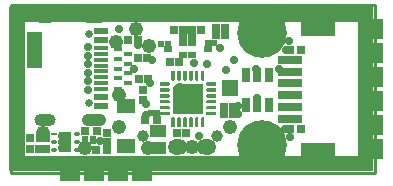
<source format=gts>
G04*
G04 #@! TF.GenerationSoftware,Altium Limited,Altium Designer,22.9.1 (49)*
G04*
G04 Layer_Color=8388736*
%FSLAX25Y25*%
%MOIN*%
G70*
G04*
G04 #@! TF.SameCoordinates,E7B6729E-600D-4C31-B664-834E27CDD885*
G04*
G04*
G04 #@! TF.FilePolarity,Negative*
G04*
G01*
G75*
%ADD12C,0.01000*%
%ADD14C,0.00500*%
%ADD18R,0.06496X0.04921*%
%ADD19C,0.01181*%
%ADD20C,0.00394*%
%ADD23R,0.05339X0.04153*%
%ADD25R,0.04528X0.02362*%
%ADD26R,0.04528X0.01181*%
%ADD31C,0.01063*%
G04:AMPARAMS|DCode=37|XSize=21.89mil|YSize=11.52mil|CornerRadius=5.76mil|HoleSize=0mil|Usage=FLASHONLY|Rotation=0.000|XOffset=0mil|YOffset=0mil|HoleType=Round|Shape=RoundedRectangle|*
%AMROUNDEDRECTD37*
21,1,0.02189,0.00000,0,0,0.0*
21,1,0.01038,0.01152,0,0,0.0*
1,1,0.01152,0.00519,0.00000*
1,1,0.01152,-0.00519,0.00000*
1,1,0.01152,-0.00519,0.00000*
1,1,0.01152,0.00519,0.00000*
%
%ADD37ROUNDEDRECTD37*%
%ADD38R,0.02189X0.01152*%
%ADD39R,0.02769X0.03162*%
%ADD40R,0.08280X0.03162*%
%ADD41R,0.11824X0.09068*%
%ADD42R,0.03162X0.05131*%
%ADD43R,0.02217X0.02060*%
%ADD44R,0.02965X0.02572*%
%ADD45R,0.02800X0.02202*%
%ADD46R,0.02769X0.01784*%
%ADD47C,0.09035*%
%ADD48R,0.02965X0.03162*%
%ADD49R,0.03162X0.02769*%
%ADD50R,0.03162X0.02965*%
%ADD51R,0.02572X0.02965*%
%ADD52R,0.02178X0.03162*%
%ADD53R,0.04331X0.06693*%
%ADD54R,0.06945X0.06945*%
%ADD55R,0.06800X0.06800*%
%ADD56R,0.06800X0.06800*%
%ADD57C,0.16548*%
%ADD58C,0.02559*%
G04:AMPARAMS|DCode=59|XSize=39.37mil|YSize=82.68mil|CornerRadius=19.68mil|HoleSize=0mil|Usage=FLASHONLY|Rotation=270.000|XOffset=0mil|YOffset=0mil|HoleType=Round|Shape=RoundedRectangle|*
%AMROUNDEDRECTD59*
21,1,0.03937,0.04331,0,0,270.0*
21,1,0.00000,0.08268,0,0,270.0*
1,1,0.03937,-0.02165,0.00000*
1,1,0.03937,-0.02165,0.00000*
1,1,0.03937,0.02165,0.00000*
1,1,0.03937,0.02165,0.00000*
%
%ADD59ROUNDEDRECTD59*%
G04:AMPARAMS|DCode=60|XSize=39.37mil|YSize=70.87mil|CornerRadius=19.68mil|HoleSize=0mil|Usage=FLASHONLY|Rotation=270.000|XOffset=0mil|YOffset=0mil|HoleType=Round|Shape=RoundedRectangle|*
%AMROUNDEDRECTD60*
21,1,0.03937,0.03150,0,0,270.0*
21,1,0.00000,0.07087,0,0,270.0*
1,1,0.03937,-0.01575,0.00000*
1,1,0.03937,-0.01575,0.00000*
1,1,0.03937,0.01575,0.00000*
1,1,0.03937,0.01575,0.00000*
%
%ADD60ROUNDEDRECTD60*%
%ADD61C,0.03950*%
%ADD62C,0.02800*%
%ADD63C,0.04800*%
G36*
X442500Y211400D02*
X321200D01*
Y266300D01*
X442500D01*
Y211400D01*
D02*
G37*
%LPC*%
G36*
X437500Y261300D02*
X326300D01*
Y216500D01*
X437500D01*
Y261300D01*
D02*
G37*
%LPD*%
G36*
X331922Y257979D02*
Y245935D01*
X327059D01*
Y257980D01*
X331921D01*
X331922Y257979D01*
D02*
G37*
G36*
X386212Y242214D02*
Y242097D01*
X386122Y241880D01*
X385956Y241714D01*
X385739Y241624D01*
X385504D01*
X385287Y241714D01*
X385121Y241880D01*
X385031Y242097D01*
Y242214D01*
Y244970D01*
X386212D01*
Y242214D01*
D02*
G37*
G36*
X384243D02*
Y242097D01*
X384153Y241880D01*
X383987Y241714D01*
X383770Y241624D01*
X383535D01*
X383318Y241714D01*
X383152Y241880D01*
X383062Y242097D01*
Y242214D01*
X383062D01*
Y244970D01*
X384243D01*
Y242214D01*
D02*
G37*
G36*
X382275D02*
Y242097D01*
X382185Y241880D01*
X382019Y241714D01*
X381802Y241624D01*
X381567D01*
X381350Y241714D01*
X381184Y241880D01*
X381094Y242097D01*
Y242214D01*
Y244970D01*
X382275D01*
Y242214D01*
D02*
G37*
G36*
X380306D02*
Y242097D01*
X380216Y241880D01*
X380050Y241714D01*
X379833Y241624D01*
X379598D01*
X379381Y241714D01*
X379215Y241880D01*
X379125Y242097D01*
Y242214D01*
Y244970D01*
X380306D01*
Y242214D01*
D02*
G37*
G36*
X378338D02*
Y242097D01*
X378248Y241880D01*
X378082Y241714D01*
X377865Y241624D01*
X377630D01*
X377413Y241714D01*
X377247Y241880D01*
X377157Y242097D01*
Y242214D01*
Y244970D01*
X378338D01*
X378338Y242214D01*
D02*
G37*
G36*
X376369D02*
Y242097D01*
X376279Y241880D01*
X376113Y241714D01*
X375896Y241624D01*
X375661D01*
X375444Y241714D01*
X375278Y241880D01*
X375188Y242097D01*
Y242214D01*
Y244970D01*
X376369D01*
Y242214D01*
D02*
G37*
G36*
X390050Y239950D02*
X387177D01*
X386960Y240040D01*
X386794Y240206D01*
X386704Y240423D01*
Y240541D01*
Y240658D01*
X386794Y240876D01*
X386960Y241042D01*
X387177Y241131D01*
X390050D01*
Y239950D01*
D02*
G37*
G36*
X374440Y241042D02*
X374606Y240876D01*
X374696Y240658D01*
Y240541D01*
Y240423D01*
X374606Y240206D01*
X374440Y240040D01*
X374223Y239950D01*
X371350D01*
Y241131D01*
X374223D01*
X374440Y241042D01*
D02*
G37*
G36*
X390050Y237982D02*
X387295Y237982D01*
X387177D01*
X386960Y238072D01*
X386794Y238238D01*
X386704Y238455D01*
Y238572D01*
Y238690D01*
X386794Y238907D01*
X386960Y239073D01*
X387177Y239163D01*
X390050D01*
Y237982D01*
D02*
G37*
G36*
X374440Y239073D02*
X374606Y238907D01*
X374696Y238690D01*
Y238572D01*
Y238455D01*
X374606Y238238D01*
X374440Y238072D01*
X374223Y237982D01*
X374106D01*
Y237982D01*
X371350D01*
Y239163D01*
X374223D01*
X374440Y239073D01*
D02*
G37*
G36*
X390050Y236013D02*
X387177D01*
X386960Y236103D01*
X386794Y236269D01*
X386704Y236487D01*
Y236604D01*
Y236721D01*
X386794Y236939D01*
X386960Y237105D01*
X387177Y237194D01*
X390050D01*
Y236013D01*
D02*
G37*
G36*
X374440Y237105D02*
X374606Y236939D01*
X374696Y236721D01*
Y236604D01*
Y236487D01*
X374606Y236269D01*
X374440Y236103D01*
X374223Y236013D01*
X371350D01*
Y237194D01*
X374223D01*
X374440Y237105D01*
D02*
G37*
G36*
X390050Y234045D02*
X387177D01*
X386960Y234135D01*
X386794Y234301D01*
X386704Y234518D01*
Y234635D01*
Y234753D01*
X386794Y234970D01*
X386960Y235136D01*
X387177Y235226D01*
X390050D01*
Y234045D01*
D02*
G37*
G36*
X374440Y235136D02*
X374606Y234970D01*
X374696Y234753D01*
Y234635D01*
Y234518D01*
X374606Y234301D01*
X374440Y234135D01*
X374223Y234045D01*
X371350D01*
Y235226D01*
X374223D01*
X374440Y235136D01*
D02*
G37*
G36*
X390050Y232076D02*
X387177D01*
X386960Y232166D01*
X386794Y232332D01*
X386704Y232550D01*
Y232667D01*
Y232784D01*
X386794Y233001D01*
X386960Y233168D01*
X387177Y233258D01*
X387295D01*
Y233258D01*
X390050D01*
Y232076D01*
D02*
G37*
G36*
X374106Y233258D02*
X374223D01*
X374440Y233168D01*
X374606Y233001D01*
X374696Y232784D01*
Y232667D01*
Y232550D01*
X374606Y232332D01*
X374440Y232166D01*
X374223Y232076D01*
X371350D01*
Y233258D01*
X374106Y233258D01*
D02*
G37*
G36*
X385720Y230600D02*
X375680D01*
Y239655D01*
X376665Y240639D01*
X385720D01*
Y230600D01*
D02*
G37*
G36*
X390050Y230108D02*
X387177D01*
X386960Y230198D01*
X386794Y230364D01*
X386704Y230581D01*
Y230698D01*
Y230816D01*
X386794Y231033D01*
X386960Y231199D01*
X387177Y231289D01*
X390050D01*
Y230108D01*
D02*
G37*
G36*
X374440Y231199D02*
X374606Y231033D01*
X374696Y230816D01*
Y230698D01*
Y230581D01*
X374606Y230364D01*
X374440Y230198D01*
X374223Y230108D01*
X371350D01*
Y231289D01*
X374223D01*
X374440Y231199D01*
D02*
G37*
G36*
X385956Y229526D02*
X386122Y229360D01*
X386212Y229143D01*
Y229025D01*
Y226269D01*
X385031D01*
Y229025D01*
Y229143D01*
X385121Y229360D01*
X385287Y229526D01*
X385504Y229616D01*
X385739D01*
X385956Y229526D01*
D02*
G37*
G36*
X383987D02*
X384153Y229360D01*
X384243Y229143D01*
Y229025D01*
Y226269D01*
X383062D01*
X383062Y229025D01*
Y229143D01*
X383152Y229360D01*
X383318Y229526D01*
X383535Y229616D01*
X383770D01*
X383987Y229526D01*
D02*
G37*
G36*
X382019D02*
X382185Y229360D01*
X382275Y229143D01*
Y229025D01*
Y226269D01*
X381094D01*
Y229025D01*
Y229143D01*
X381184Y229360D01*
X381350Y229526D01*
X381567Y229616D01*
X381802D01*
X382019Y229526D01*
D02*
G37*
G36*
X380050D02*
X380216Y229360D01*
X380306Y229143D01*
Y229025D01*
Y226269D01*
X379125D01*
Y229025D01*
Y229143D01*
X379215Y229360D01*
X379381Y229526D01*
X379598Y229616D01*
X379833D01*
X380050Y229526D01*
D02*
G37*
G36*
X378082D02*
X378248Y229360D01*
X378338Y229143D01*
Y229025D01*
X378338D01*
Y226269D01*
X377157D01*
Y229025D01*
Y229143D01*
X377247Y229360D01*
X377413Y229526D01*
X377630Y229616D01*
X377865D01*
X378082Y229526D01*
D02*
G37*
G36*
X376113D02*
X376279Y229360D01*
X376369Y229143D01*
Y229025D01*
Y226269D01*
X375188D01*
Y229025D01*
Y229143D01*
X375278Y229360D01*
X375444Y229526D01*
X375661Y229616D01*
X375896D01*
X376113Y229526D01*
D02*
G37*
G36*
X379012Y221870D02*
X380315Y220567D01*
Y218567D01*
X378967Y217219D01*
X375893D01*
X374315Y218460D01*
Y220674D01*
X375932Y221945D01*
X379012Y221870D01*
D02*
G37*
G36*
X389858Y220675D02*
Y218461D01*
X388241Y217190D01*
X385161Y217265D01*
X383858Y218568D01*
Y220568D01*
X385206Y221916D01*
X388281D01*
X389858Y220675D01*
D02*
G37*
D12*
X321700Y210908D02*
Y266782D01*
X442992D01*
Y210908D02*
Y266782D01*
X321700Y210908D02*
X442992D01*
D14*
X386347Y221916D02*
G03*
X386347Y217220I-137J-2348D01*
G01*
X387619D02*
G03*
X387619Y221916I-111J2348D01*
G01*
X377826Y217219D02*
G03*
X377826Y221915I137J2348D01*
G01*
X376554D02*
G03*
X376554Y217219I111J-2348D01*
G01*
X386347Y221916D02*
X387619D01*
X386347Y217220D02*
X387619D01*
X376554Y217219D02*
X377826D01*
X376554Y221915D02*
X377826D01*
D18*
X360200Y233283D02*
D03*
Y219701D02*
D03*
D19*
X386213Y219548D02*
D03*
X377961Y219587D02*
D03*
D20*
X388989Y219568D02*
D03*
X375184Y219567D02*
D03*
D23*
X370646Y219151D02*
D03*
Y224865D02*
D03*
D25*
X351834Y233102D02*
D03*
Y258298D02*
D03*
Y236251D02*
D03*
Y255149D02*
D03*
D26*
Y238810D02*
D03*
Y240779D02*
D03*
Y242747D02*
D03*
Y244716D02*
D03*
Y246684D02*
D03*
Y248653D02*
D03*
Y250621D02*
D03*
Y252590D02*
D03*
D31*
X375779Y243358D02*
D03*
X377747Y243297D02*
D03*
X379716D02*
D03*
X381684Y243358D02*
D03*
X383653Y243297D02*
D03*
X385621D02*
D03*
Y226860D02*
D03*
X383653Y227942D02*
D03*
X381684D02*
D03*
X379716Y227882D02*
D03*
X377747Y227942D02*
D03*
X375779D02*
D03*
X388438Y240541D02*
D03*
X388377Y238572D02*
D03*
Y236604D02*
D03*
X388438Y234635D02*
D03*
X388377Y232667D02*
D03*
Y230698D02*
D03*
X371940D02*
D03*
X373023Y232667D02*
D03*
Y234635D02*
D03*
X372962Y236604D02*
D03*
X373023Y238572D02*
D03*
Y240541D02*
D03*
D37*
X343700Y223759D02*
D03*
Y221200D02*
D03*
Y218641D02*
D03*
X335999D02*
D03*
Y221200D02*
D03*
D38*
Y223759D02*
D03*
D39*
X350228Y218492D02*
D03*
X353772D02*
D03*
X414764Y225673D02*
D03*
X418307D02*
D03*
X414764Y251882D02*
D03*
X418307D02*
D03*
X327972Y222544D02*
D03*
X331516D02*
D03*
X333500Y222661D02*
D03*
Y218724D02*
D03*
D40*
X414790Y240714D02*
D03*
Y232839D02*
D03*
Y248587D02*
D03*
Y228903D02*
D03*
Y244651D02*
D03*
Y236776D02*
D03*
D41*
X424042Y216501D02*
D03*
Y260989D02*
D03*
D42*
X400160Y233679D02*
D03*
X403900D02*
D03*
X407640D02*
D03*
Y243521D02*
D03*
X403900D02*
D03*
X400160D02*
D03*
D43*
X374002Y253900D02*
D03*
X371798D02*
D03*
X387298Y254200D02*
D03*
X389502D02*
D03*
X370514Y230709D02*
D03*
X368310D02*
D03*
D44*
X328028Y218874D02*
D03*
X379124Y256100D02*
D03*
X382076D02*
D03*
X382124Y258600D02*
D03*
X385076D02*
D03*
X376224D02*
D03*
X379176D02*
D03*
X377776Y247800D02*
D03*
X374824D02*
D03*
X377224Y224200D02*
D03*
X380176D02*
D03*
X390224Y259300D02*
D03*
X393176D02*
D03*
X395776Y233000D02*
D03*
X392824D02*
D03*
X395776Y230400D02*
D03*
X392824D02*
D03*
X393176Y256700D02*
D03*
X390224D02*
D03*
X367276Y242100D02*
D03*
X364324D02*
D03*
X366976Y249200D02*
D03*
X364024D02*
D03*
X330980Y218874D02*
D03*
D45*
X382151Y254169D02*
D03*
Y250232D02*
D03*
X387249Y252200D02*
D03*
X374051D02*
D03*
X379149Y254169D02*
D03*
Y250232D02*
D03*
D46*
X360650Y250375D02*
D03*
Y240926D02*
D03*
Y244076D02*
D03*
Y247225D02*
D03*
X357500Y245650D02*
D03*
Y248800D02*
D03*
Y242501D02*
D03*
Y238958D02*
D03*
Y252343D02*
D03*
D47*
X380700Y235620D02*
D03*
D48*
X365700Y235327D02*
D03*
Y238673D02*
D03*
D49*
X370503Y228516D02*
D03*
X366566D02*
D03*
X346507Y224788D02*
D03*
X350444D02*
D03*
D50*
X363973Y255300D02*
D03*
X360627D02*
D03*
D51*
X353800Y224169D02*
D03*
Y221217D02*
D03*
X393500Y237724D02*
D03*
Y240676D02*
D03*
X396100Y237724D02*
D03*
Y240676D02*
D03*
D52*
X346516Y221776D02*
D03*
X349075D02*
D03*
D53*
X339849Y221200D02*
D03*
D54*
X442500Y218752D02*
D03*
D55*
X341480Y211417D02*
D03*
X349480D02*
D03*
X365480D02*
D03*
X357480D02*
D03*
D56*
X442500Y250748D02*
D03*
Y226752D02*
D03*
Y234750D02*
D03*
Y242750D02*
D03*
Y258748D02*
D03*
D57*
X405512Y220276D02*
D03*
Y257480D02*
D03*
D58*
X347602Y234322D02*
D03*
Y257078D02*
D03*
D59*
X349570Y228692D02*
D03*
Y262708D02*
D03*
D60*
X333113Y228692D02*
D03*
Y262708D02*
D03*
D61*
X390256Y223043D02*
D03*
X365650D02*
D03*
D62*
X384389Y223292D02*
D03*
X362672Y245650D02*
D03*
X414726Y248604D02*
D03*
X411121Y245545D02*
D03*
X403900Y235724D02*
D03*
X383858Y233465D02*
D03*
X377953Y239370D02*
D03*
Y237402D02*
D03*
Y235433D02*
D03*
X391492Y252486D02*
D03*
X380600Y258600D02*
D03*
X396035Y248537D02*
D03*
X393498Y245193D02*
D03*
X340551Y219291D02*
D03*
X351414Y221542D02*
D03*
X338779Y223228D02*
D03*
X340551D02*
D03*
X366880Y233891D02*
D03*
X366895Y230316D02*
D03*
X347441Y249863D02*
D03*
Y247123D02*
D03*
Y252975D02*
D03*
Y238568D02*
D03*
Y244300D02*
D03*
X368100Y241000D02*
D03*
X377953Y233465D02*
D03*
X414485Y254731D02*
D03*
X413184Y225662D02*
D03*
X413323Y251860D02*
D03*
X387221Y247289D02*
D03*
X382725Y247410D02*
D03*
X368600Y248500D02*
D03*
X414581Y222837D02*
D03*
X397311Y230438D02*
D03*
X397390Y233125D02*
D03*
X338779Y221260D02*
D03*
X347441Y241400D02*
D03*
X357900Y259000D02*
D03*
X363963Y253553D02*
D03*
X403500Y245600D02*
D03*
X381890Y233465D02*
D03*
X379921D02*
D03*
X340551Y221260D02*
D03*
X338779Y219291D02*
D03*
D63*
X357672Y226322D02*
D03*
X357608Y237018D02*
D03*
X346419Y219051D02*
D03*
X332500Y224224D02*
D03*
X367280Y219309D02*
D03*
X394700Y226201D02*
D03*
X382160Y219497D02*
D03*
X367652Y253038D02*
D03*
X363300Y259000D02*
D03*
X356706Y254481D02*
D03*
M02*

</source>
